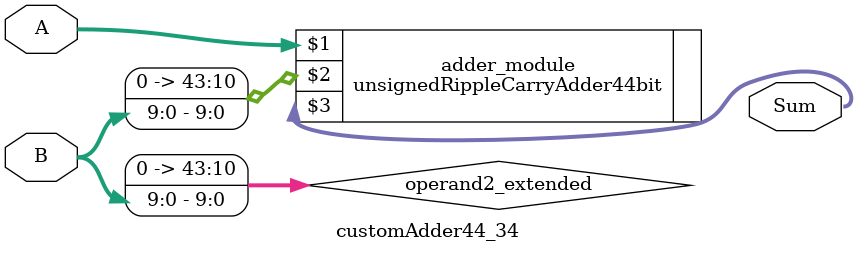
<source format=v>
module customAdder44_34(
                        input [43 : 0] A,
                        input [9 : 0] B,
                        
                        output [44 : 0] Sum
                );

        wire [43 : 0] operand2_extended;
        
        assign operand2_extended =  {34'b0, B};
        
        unsignedRippleCarryAdder44bit adder_module(
            A,
            operand2_extended,
            Sum
        );
        
        endmodule
        
</source>
